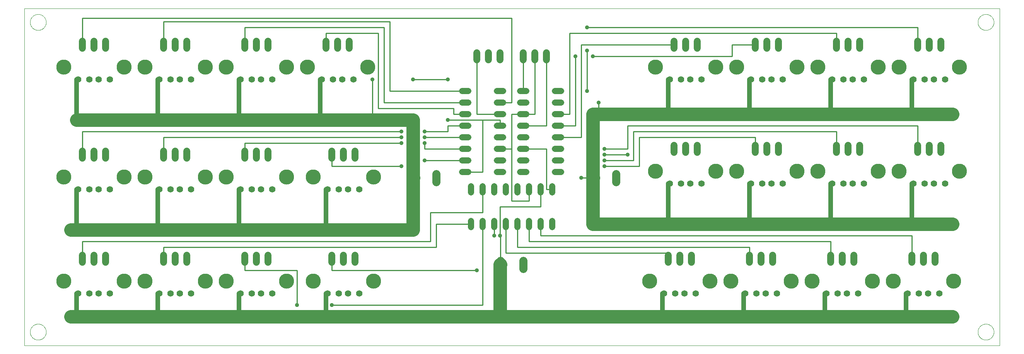
<source format=gbl>
G75*
%MOIN*%
%OFA0B0*%
%FSLAX25Y25*%
%IPPOS*%
%LPD*%
%AMOC8*
5,1,8,0,0,1.08239X$1,22.5*
%
%ADD10C,0.00000*%
%ADD11C,0.05200*%
%ADD12C,0.06000*%
%ADD13C,0.13055*%
%ADD14C,0.05543*%
%ADD15C,0.07050*%
%ADD16C,0.05937*%
%ADD17C,0.01000*%
%ADD18C,0.03562*%
%ADD19C,0.11811*%
%ADD20C,0.03937*%
D10*
X0001000Y0001000D02*
X0001000Y0292339D01*
X0841551Y0292339D01*
X0841551Y0001000D01*
X0001000Y0001000D01*
X0005921Y0012811D02*
X0005923Y0012980D01*
X0005929Y0013149D01*
X0005940Y0013318D01*
X0005954Y0013486D01*
X0005973Y0013654D01*
X0005996Y0013822D01*
X0006022Y0013989D01*
X0006053Y0014155D01*
X0006088Y0014321D01*
X0006127Y0014485D01*
X0006171Y0014649D01*
X0006218Y0014811D01*
X0006269Y0014972D01*
X0006324Y0015132D01*
X0006383Y0015291D01*
X0006445Y0015448D01*
X0006512Y0015603D01*
X0006583Y0015757D01*
X0006657Y0015909D01*
X0006735Y0016059D01*
X0006816Y0016207D01*
X0006901Y0016353D01*
X0006990Y0016497D01*
X0007082Y0016639D01*
X0007178Y0016778D01*
X0007277Y0016915D01*
X0007379Y0017050D01*
X0007485Y0017182D01*
X0007594Y0017311D01*
X0007706Y0017438D01*
X0007821Y0017562D01*
X0007939Y0017683D01*
X0008060Y0017801D01*
X0008184Y0017916D01*
X0008311Y0018028D01*
X0008440Y0018137D01*
X0008572Y0018243D01*
X0008707Y0018345D01*
X0008844Y0018444D01*
X0008983Y0018540D01*
X0009125Y0018632D01*
X0009269Y0018721D01*
X0009415Y0018806D01*
X0009563Y0018887D01*
X0009713Y0018965D01*
X0009865Y0019039D01*
X0010019Y0019110D01*
X0010174Y0019177D01*
X0010331Y0019239D01*
X0010490Y0019298D01*
X0010650Y0019353D01*
X0010811Y0019404D01*
X0010973Y0019451D01*
X0011137Y0019495D01*
X0011301Y0019534D01*
X0011467Y0019569D01*
X0011633Y0019600D01*
X0011800Y0019626D01*
X0011968Y0019649D01*
X0012136Y0019668D01*
X0012304Y0019682D01*
X0012473Y0019693D01*
X0012642Y0019699D01*
X0012811Y0019701D01*
X0012980Y0019699D01*
X0013149Y0019693D01*
X0013318Y0019682D01*
X0013486Y0019668D01*
X0013654Y0019649D01*
X0013822Y0019626D01*
X0013989Y0019600D01*
X0014155Y0019569D01*
X0014321Y0019534D01*
X0014485Y0019495D01*
X0014649Y0019451D01*
X0014811Y0019404D01*
X0014972Y0019353D01*
X0015132Y0019298D01*
X0015291Y0019239D01*
X0015448Y0019177D01*
X0015603Y0019110D01*
X0015757Y0019039D01*
X0015909Y0018965D01*
X0016059Y0018887D01*
X0016207Y0018806D01*
X0016353Y0018721D01*
X0016497Y0018632D01*
X0016639Y0018540D01*
X0016778Y0018444D01*
X0016915Y0018345D01*
X0017050Y0018243D01*
X0017182Y0018137D01*
X0017311Y0018028D01*
X0017438Y0017916D01*
X0017562Y0017801D01*
X0017683Y0017683D01*
X0017801Y0017562D01*
X0017916Y0017438D01*
X0018028Y0017311D01*
X0018137Y0017182D01*
X0018243Y0017050D01*
X0018345Y0016915D01*
X0018444Y0016778D01*
X0018540Y0016639D01*
X0018632Y0016497D01*
X0018721Y0016353D01*
X0018806Y0016207D01*
X0018887Y0016059D01*
X0018965Y0015909D01*
X0019039Y0015757D01*
X0019110Y0015603D01*
X0019177Y0015448D01*
X0019239Y0015291D01*
X0019298Y0015132D01*
X0019353Y0014972D01*
X0019404Y0014811D01*
X0019451Y0014649D01*
X0019495Y0014485D01*
X0019534Y0014321D01*
X0019569Y0014155D01*
X0019600Y0013989D01*
X0019626Y0013822D01*
X0019649Y0013654D01*
X0019668Y0013486D01*
X0019682Y0013318D01*
X0019693Y0013149D01*
X0019699Y0012980D01*
X0019701Y0012811D01*
X0019699Y0012642D01*
X0019693Y0012473D01*
X0019682Y0012304D01*
X0019668Y0012136D01*
X0019649Y0011968D01*
X0019626Y0011800D01*
X0019600Y0011633D01*
X0019569Y0011467D01*
X0019534Y0011301D01*
X0019495Y0011137D01*
X0019451Y0010973D01*
X0019404Y0010811D01*
X0019353Y0010650D01*
X0019298Y0010490D01*
X0019239Y0010331D01*
X0019177Y0010174D01*
X0019110Y0010019D01*
X0019039Y0009865D01*
X0018965Y0009713D01*
X0018887Y0009563D01*
X0018806Y0009415D01*
X0018721Y0009269D01*
X0018632Y0009125D01*
X0018540Y0008983D01*
X0018444Y0008844D01*
X0018345Y0008707D01*
X0018243Y0008572D01*
X0018137Y0008440D01*
X0018028Y0008311D01*
X0017916Y0008184D01*
X0017801Y0008060D01*
X0017683Y0007939D01*
X0017562Y0007821D01*
X0017438Y0007706D01*
X0017311Y0007594D01*
X0017182Y0007485D01*
X0017050Y0007379D01*
X0016915Y0007277D01*
X0016778Y0007178D01*
X0016639Y0007082D01*
X0016497Y0006990D01*
X0016353Y0006901D01*
X0016207Y0006816D01*
X0016059Y0006735D01*
X0015909Y0006657D01*
X0015757Y0006583D01*
X0015603Y0006512D01*
X0015448Y0006445D01*
X0015291Y0006383D01*
X0015132Y0006324D01*
X0014972Y0006269D01*
X0014811Y0006218D01*
X0014649Y0006171D01*
X0014485Y0006127D01*
X0014321Y0006088D01*
X0014155Y0006053D01*
X0013989Y0006022D01*
X0013822Y0005996D01*
X0013654Y0005973D01*
X0013486Y0005954D01*
X0013318Y0005940D01*
X0013149Y0005929D01*
X0012980Y0005923D01*
X0012811Y0005921D01*
X0012642Y0005923D01*
X0012473Y0005929D01*
X0012304Y0005940D01*
X0012136Y0005954D01*
X0011968Y0005973D01*
X0011800Y0005996D01*
X0011633Y0006022D01*
X0011467Y0006053D01*
X0011301Y0006088D01*
X0011137Y0006127D01*
X0010973Y0006171D01*
X0010811Y0006218D01*
X0010650Y0006269D01*
X0010490Y0006324D01*
X0010331Y0006383D01*
X0010174Y0006445D01*
X0010019Y0006512D01*
X0009865Y0006583D01*
X0009713Y0006657D01*
X0009563Y0006735D01*
X0009415Y0006816D01*
X0009269Y0006901D01*
X0009125Y0006990D01*
X0008983Y0007082D01*
X0008844Y0007178D01*
X0008707Y0007277D01*
X0008572Y0007379D01*
X0008440Y0007485D01*
X0008311Y0007594D01*
X0008184Y0007706D01*
X0008060Y0007821D01*
X0007939Y0007939D01*
X0007821Y0008060D01*
X0007706Y0008184D01*
X0007594Y0008311D01*
X0007485Y0008440D01*
X0007379Y0008572D01*
X0007277Y0008707D01*
X0007178Y0008844D01*
X0007082Y0008983D01*
X0006990Y0009125D01*
X0006901Y0009269D01*
X0006816Y0009415D01*
X0006735Y0009563D01*
X0006657Y0009713D01*
X0006583Y0009865D01*
X0006512Y0010019D01*
X0006445Y0010174D01*
X0006383Y0010331D01*
X0006324Y0010490D01*
X0006269Y0010650D01*
X0006218Y0010811D01*
X0006171Y0010973D01*
X0006127Y0011137D01*
X0006088Y0011301D01*
X0006053Y0011467D01*
X0006022Y0011633D01*
X0005996Y0011800D01*
X0005973Y0011968D01*
X0005954Y0012136D01*
X0005940Y0012304D01*
X0005929Y0012473D01*
X0005923Y0012642D01*
X0005921Y0012811D01*
X0005921Y0280528D02*
X0005923Y0280697D01*
X0005929Y0280866D01*
X0005940Y0281035D01*
X0005954Y0281203D01*
X0005973Y0281371D01*
X0005996Y0281539D01*
X0006022Y0281706D01*
X0006053Y0281872D01*
X0006088Y0282038D01*
X0006127Y0282202D01*
X0006171Y0282366D01*
X0006218Y0282528D01*
X0006269Y0282689D01*
X0006324Y0282849D01*
X0006383Y0283008D01*
X0006445Y0283165D01*
X0006512Y0283320D01*
X0006583Y0283474D01*
X0006657Y0283626D01*
X0006735Y0283776D01*
X0006816Y0283924D01*
X0006901Y0284070D01*
X0006990Y0284214D01*
X0007082Y0284356D01*
X0007178Y0284495D01*
X0007277Y0284632D01*
X0007379Y0284767D01*
X0007485Y0284899D01*
X0007594Y0285028D01*
X0007706Y0285155D01*
X0007821Y0285279D01*
X0007939Y0285400D01*
X0008060Y0285518D01*
X0008184Y0285633D01*
X0008311Y0285745D01*
X0008440Y0285854D01*
X0008572Y0285960D01*
X0008707Y0286062D01*
X0008844Y0286161D01*
X0008983Y0286257D01*
X0009125Y0286349D01*
X0009269Y0286438D01*
X0009415Y0286523D01*
X0009563Y0286604D01*
X0009713Y0286682D01*
X0009865Y0286756D01*
X0010019Y0286827D01*
X0010174Y0286894D01*
X0010331Y0286956D01*
X0010490Y0287015D01*
X0010650Y0287070D01*
X0010811Y0287121D01*
X0010973Y0287168D01*
X0011137Y0287212D01*
X0011301Y0287251D01*
X0011467Y0287286D01*
X0011633Y0287317D01*
X0011800Y0287343D01*
X0011968Y0287366D01*
X0012136Y0287385D01*
X0012304Y0287399D01*
X0012473Y0287410D01*
X0012642Y0287416D01*
X0012811Y0287418D01*
X0012980Y0287416D01*
X0013149Y0287410D01*
X0013318Y0287399D01*
X0013486Y0287385D01*
X0013654Y0287366D01*
X0013822Y0287343D01*
X0013989Y0287317D01*
X0014155Y0287286D01*
X0014321Y0287251D01*
X0014485Y0287212D01*
X0014649Y0287168D01*
X0014811Y0287121D01*
X0014972Y0287070D01*
X0015132Y0287015D01*
X0015291Y0286956D01*
X0015448Y0286894D01*
X0015603Y0286827D01*
X0015757Y0286756D01*
X0015909Y0286682D01*
X0016059Y0286604D01*
X0016207Y0286523D01*
X0016353Y0286438D01*
X0016497Y0286349D01*
X0016639Y0286257D01*
X0016778Y0286161D01*
X0016915Y0286062D01*
X0017050Y0285960D01*
X0017182Y0285854D01*
X0017311Y0285745D01*
X0017438Y0285633D01*
X0017562Y0285518D01*
X0017683Y0285400D01*
X0017801Y0285279D01*
X0017916Y0285155D01*
X0018028Y0285028D01*
X0018137Y0284899D01*
X0018243Y0284767D01*
X0018345Y0284632D01*
X0018444Y0284495D01*
X0018540Y0284356D01*
X0018632Y0284214D01*
X0018721Y0284070D01*
X0018806Y0283924D01*
X0018887Y0283776D01*
X0018965Y0283626D01*
X0019039Y0283474D01*
X0019110Y0283320D01*
X0019177Y0283165D01*
X0019239Y0283008D01*
X0019298Y0282849D01*
X0019353Y0282689D01*
X0019404Y0282528D01*
X0019451Y0282366D01*
X0019495Y0282202D01*
X0019534Y0282038D01*
X0019569Y0281872D01*
X0019600Y0281706D01*
X0019626Y0281539D01*
X0019649Y0281371D01*
X0019668Y0281203D01*
X0019682Y0281035D01*
X0019693Y0280866D01*
X0019699Y0280697D01*
X0019701Y0280528D01*
X0019699Y0280359D01*
X0019693Y0280190D01*
X0019682Y0280021D01*
X0019668Y0279853D01*
X0019649Y0279685D01*
X0019626Y0279517D01*
X0019600Y0279350D01*
X0019569Y0279184D01*
X0019534Y0279018D01*
X0019495Y0278854D01*
X0019451Y0278690D01*
X0019404Y0278528D01*
X0019353Y0278367D01*
X0019298Y0278207D01*
X0019239Y0278048D01*
X0019177Y0277891D01*
X0019110Y0277736D01*
X0019039Y0277582D01*
X0018965Y0277430D01*
X0018887Y0277280D01*
X0018806Y0277132D01*
X0018721Y0276986D01*
X0018632Y0276842D01*
X0018540Y0276700D01*
X0018444Y0276561D01*
X0018345Y0276424D01*
X0018243Y0276289D01*
X0018137Y0276157D01*
X0018028Y0276028D01*
X0017916Y0275901D01*
X0017801Y0275777D01*
X0017683Y0275656D01*
X0017562Y0275538D01*
X0017438Y0275423D01*
X0017311Y0275311D01*
X0017182Y0275202D01*
X0017050Y0275096D01*
X0016915Y0274994D01*
X0016778Y0274895D01*
X0016639Y0274799D01*
X0016497Y0274707D01*
X0016353Y0274618D01*
X0016207Y0274533D01*
X0016059Y0274452D01*
X0015909Y0274374D01*
X0015757Y0274300D01*
X0015603Y0274229D01*
X0015448Y0274162D01*
X0015291Y0274100D01*
X0015132Y0274041D01*
X0014972Y0273986D01*
X0014811Y0273935D01*
X0014649Y0273888D01*
X0014485Y0273844D01*
X0014321Y0273805D01*
X0014155Y0273770D01*
X0013989Y0273739D01*
X0013822Y0273713D01*
X0013654Y0273690D01*
X0013486Y0273671D01*
X0013318Y0273657D01*
X0013149Y0273646D01*
X0012980Y0273640D01*
X0012811Y0273638D01*
X0012642Y0273640D01*
X0012473Y0273646D01*
X0012304Y0273657D01*
X0012136Y0273671D01*
X0011968Y0273690D01*
X0011800Y0273713D01*
X0011633Y0273739D01*
X0011467Y0273770D01*
X0011301Y0273805D01*
X0011137Y0273844D01*
X0010973Y0273888D01*
X0010811Y0273935D01*
X0010650Y0273986D01*
X0010490Y0274041D01*
X0010331Y0274100D01*
X0010174Y0274162D01*
X0010019Y0274229D01*
X0009865Y0274300D01*
X0009713Y0274374D01*
X0009563Y0274452D01*
X0009415Y0274533D01*
X0009269Y0274618D01*
X0009125Y0274707D01*
X0008983Y0274799D01*
X0008844Y0274895D01*
X0008707Y0274994D01*
X0008572Y0275096D01*
X0008440Y0275202D01*
X0008311Y0275311D01*
X0008184Y0275423D01*
X0008060Y0275538D01*
X0007939Y0275656D01*
X0007821Y0275777D01*
X0007706Y0275901D01*
X0007594Y0276028D01*
X0007485Y0276157D01*
X0007379Y0276289D01*
X0007277Y0276424D01*
X0007178Y0276561D01*
X0007082Y0276700D01*
X0006990Y0276842D01*
X0006901Y0276986D01*
X0006816Y0277132D01*
X0006735Y0277280D01*
X0006657Y0277430D01*
X0006583Y0277582D01*
X0006512Y0277736D01*
X0006445Y0277891D01*
X0006383Y0278048D01*
X0006324Y0278207D01*
X0006269Y0278367D01*
X0006218Y0278528D01*
X0006171Y0278690D01*
X0006127Y0278854D01*
X0006088Y0279018D01*
X0006053Y0279184D01*
X0006022Y0279350D01*
X0005996Y0279517D01*
X0005973Y0279685D01*
X0005954Y0279853D01*
X0005940Y0280021D01*
X0005929Y0280190D01*
X0005923Y0280359D01*
X0005921Y0280528D01*
X0822850Y0280528D02*
X0822852Y0280697D01*
X0822858Y0280866D01*
X0822869Y0281035D01*
X0822883Y0281203D01*
X0822902Y0281371D01*
X0822925Y0281539D01*
X0822951Y0281706D01*
X0822982Y0281872D01*
X0823017Y0282038D01*
X0823056Y0282202D01*
X0823100Y0282366D01*
X0823147Y0282528D01*
X0823198Y0282689D01*
X0823253Y0282849D01*
X0823312Y0283008D01*
X0823374Y0283165D01*
X0823441Y0283320D01*
X0823512Y0283474D01*
X0823586Y0283626D01*
X0823664Y0283776D01*
X0823745Y0283924D01*
X0823830Y0284070D01*
X0823919Y0284214D01*
X0824011Y0284356D01*
X0824107Y0284495D01*
X0824206Y0284632D01*
X0824308Y0284767D01*
X0824414Y0284899D01*
X0824523Y0285028D01*
X0824635Y0285155D01*
X0824750Y0285279D01*
X0824868Y0285400D01*
X0824989Y0285518D01*
X0825113Y0285633D01*
X0825240Y0285745D01*
X0825369Y0285854D01*
X0825501Y0285960D01*
X0825636Y0286062D01*
X0825773Y0286161D01*
X0825912Y0286257D01*
X0826054Y0286349D01*
X0826198Y0286438D01*
X0826344Y0286523D01*
X0826492Y0286604D01*
X0826642Y0286682D01*
X0826794Y0286756D01*
X0826948Y0286827D01*
X0827103Y0286894D01*
X0827260Y0286956D01*
X0827419Y0287015D01*
X0827579Y0287070D01*
X0827740Y0287121D01*
X0827902Y0287168D01*
X0828066Y0287212D01*
X0828230Y0287251D01*
X0828396Y0287286D01*
X0828562Y0287317D01*
X0828729Y0287343D01*
X0828897Y0287366D01*
X0829065Y0287385D01*
X0829233Y0287399D01*
X0829402Y0287410D01*
X0829571Y0287416D01*
X0829740Y0287418D01*
X0829909Y0287416D01*
X0830078Y0287410D01*
X0830247Y0287399D01*
X0830415Y0287385D01*
X0830583Y0287366D01*
X0830751Y0287343D01*
X0830918Y0287317D01*
X0831084Y0287286D01*
X0831250Y0287251D01*
X0831414Y0287212D01*
X0831578Y0287168D01*
X0831740Y0287121D01*
X0831901Y0287070D01*
X0832061Y0287015D01*
X0832220Y0286956D01*
X0832377Y0286894D01*
X0832532Y0286827D01*
X0832686Y0286756D01*
X0832838Y0286682D01*
X0832988Y0286604D01*
X0833136Y0286523D01*
X0833282Y0286438D01*
X0833426Y0286349D01*
X0833568Y0286257D01*
X0833707Y0286161D01*
X0833844Y0286062D01*
X0833979Y0285960D01*
X0834111Y0285854D01*
X0834240Y0285745D01*
X0834367Y0285633D01*
X0834491Y0285518D01*
X0834612Y0285400D01*
X0834730Y0285279D01*
X0834845Y0285155D01*
X0834957Y0285028D01*
X0835066Y0284899D01*
X0835172Y0284767D01*
X0835274Y0284632D01*
X0835373Y0284495D01*
X0835469Y0284356D01*
X0835561Y0284214D01*
X0835650Y0284070D01*
X0835735Y0283924D01*
X0835816Y0283776D01*
X0835894Y0283626D01*
X0835968Y0283474D01*
X0836039Y0283320D01*
X0836106Y0283165D01*
X0836168Y0283008D01*
X0836227Y0282849D01*
X0836282Y0282689D01*
X0836333Y0282528D01*
X0836380Y0282366D01*
X0836424Y0282202D01*
X0836463Y0282038D01*
X0836498Y0281872D01*
X0836529Y0281706D01*
X0836555Y0281539D01*
X0836578Y0281371D01*
X0836597Y0281203D01*
X0836611Y0281035D01*
X0836622Y0280866D01*
X0836628Y0280697D01*
X0836630Y0280528D01*
X0836628Y0280359D01*
X0836622Y0280190D01*
X0836611Y0280021D01*
X0836597Y0279853D01*
X0836578Y0279685D01*
X0836555Y0279517D01*
X0836529Y0279350D01*
X0836498Y0279184D01*
X0836463Y0279018D01*
X0836424Y0278854D01*
X0836380Y0278690D01*
X0836333Y0278528D01*
X0836282Y0278367D01*
X0836227Y0278207D01*
X0836168Y0278048D01*
X0836106Y0277891D01*
X0836039Y0277736D01*
X0835968Y0277582D01*
X0835894Y0277430D01*
X0835816Y0277280D01*
X0835735Y0277132D01*
X0835650Y0276986D01*
X0835561Y0276842D01*
X0835469Y0276700D01*
X0835373Y0276561D01*
X0835274Y0276424D01*
X0835172Y0276289D01*
X0835066Y0276157D01*
X0834957Y0276028D01*
X0834845Y0275901D01*
X0834730Y0275777D01*
X0834612Y0275656D01*
X0834491Y0275538D01*
X0834367Y0275423D01*
X0834240Y0275311D01*
X0834111Y0275202D01*
X0833979Y0275096D01*
X0833844Y0274994D01*
X0833707Y0274895D01*
X0833568Y0274799D01*
X0833426Y0274707D01*
X0833282Y0274618D01*
X0833136Y0274533D01*
X0832988Y0274452D01*
X0832838Y0274374D01*
X0832686Y0274300D01*
X0832532Y0274229D01*
X0832377Y0274162D01*
X0832220Y0274100D01*
X0832061Y0274041D01*
X0831901Y0273986D01*
X0831740Y0273935D01*
X0831578Y0273888D01*
X0831414Y0273844D01*
X0831250Y0273805D01*
X0831084Y0273770D01*
X0830918Y0273739D01*
X0830751Y0273713D01*
X0830583Y0273690D01*
X0830415Y0273671D01*
X0830247Y0273657D01*
X0830078Y0273646D01*
X0829909Y0273640D01*
X0829740Y0273638D01*
X0829571Y0273640D01*
X0829402Y0273646D01*
X0829233Y0273657D01*
X0829065Y0273671D01*
X0828897Y0273690D01*
X0828729Y0273713D01*
X0828562Y0273739D01*
X0828396Y0273770D01*
X0828230Y0273805D01*
X0828066Y0273844D01*
X0827902Y0273888D01*
X0827740Y0273935D01*
X0827579Y0273986D01*
X0827419Y0274041D01*
X0827260Y0274100D01*
X0827103Y0274162D01*
X0826948Y0274229D01*
X0826794Y0274300D01*
X0826642Y0274374D01*
X0826492Y0274452D01*
X0826344Y0274533D01*
X0826198Y0274618D01*
X0826054Y0274707D01*
X0825912Y0274799D01*
X0825773Y0274895D01*
X0825636Y0274994D01*
X0825501Y0275096D01*
X0825369Y0275202D01*
X0825240Y0275311D01*
X0825113Y0275423D01*
X0824989Y0275538D01*
X0824868Y0275656D01*
X0824750Y0275777D01*
X0824635Y0275901D01*
X0824523Y0276028D01*
X0824414Y0276157D01*
X0824308Y0276289D01*
X0824206Y0276424D01*
X0824107Y0276561D01*
X0824011Y0276700D01*
X0823919Y0276842D01*
X0823830Y0276986D01*
X0823745Y0277132D01*
X0823664Y0277280D01*
X0823586Y0277430D01*
X0823512Y0277582D01*
X0823441Y0277736D01*
X0823374Y0277891D01*
X0823312Y0278048D01*
X0823253Y0278207D01*
X0823198Y0278367D01*
X0823147Y0278528D01*
X0823100Y0278690D01*
X0823056Y0278854D01*
X0823017Y0279018D01*
X0822982Y0279184D01*
X0822951Y0279350D01*
X0822925Y0279517D01*
X0822902Y0279685D01*
X0822883Y0279853D01*
X0822869Y0280021D01*
X0822858Y0280190D01*
X0822852Y0280359D01*
X0822850Y0280528D01*
X0822850Y0012811D02*
X0822852Y0012980D01*
X0822858Y0013149D01*
X0822869Y0013318D01*
X0822883Y0013486D01*
X0822902Y0013654D01*
X0822925Y0013822D01*
X0822951Y0013989D01*
X0822982Y0014155D01*
X0823017Y0014321D01*
X0823056Y0014485D01*
X0823100Y0014649D01*
X0823147Y0014811D01*
X0823198Y0014972D01*
X0823253Y0015132D01*
X0823312Y0015291D01*
X0823374Y0015448D01*
X0823441Y0015603D01*
X0823512Y0015757D01*
X0823586Y0015909D01*
X0823664Y0016059D01*
X0823745Y0016207D01*
X0823830Y0016353D01*
X0823919Y0016497D01*
X0824011Y0016639D01*
X0824107Y0016778D01*
X0824206Y0016915D01*
X0824308Y0017050D01*
X0824414Y0017182D01*
X0824523Y0017311D01*
X0824635Y0017438D01*
X0824750Y0017562D01*
X0824868Y0017683D01*
X0824989Y0017801D01*
X0825113Y0017916D01*
X0825240Y0018028D01*
X0825369Y0018137D01*
X0825501Y0018243D01*
X0825636Y0018345D01*
X0825773Y0018444D01*
X0825912Y0018540D01*
X0826054Y0018632D01*
X0826198Y0018721D01*
X0826344Y0018806D01*
X0826492Y0018887D01*
X0826642Y0018965D01*
X0826794Y0019039D01*
X0826948Y0019110D01*
X0827103Y0019177D01*
X0827260Y0019239D01*
X0827419Y0019298D01*
X0827579Y0019353D01*
X0827740Y0019404D01*
X0827902Y0019451D01*
X0828066Y0019495D01*
X0828230Y0019534D01*
X0828396Y0019569D01*
X0828562Y0019600D01*
X0828729Y0019626D01*
X0828897Y0019649D01*
X0829065Y0019668D01*
X0829233Y0019682D01*
X0829402Y0019693D01*
X0829571Y0019699D01*
X0829740Y0019701D01*
X0829909Y0019699D01*
X0830078Y0019693D01*
X0830247Y0019682D01*
X0830415Y0019668D01*
X0830583Y0019649D01*
X0830751Y0019626D01*
X0830918Y0019600D01*
X0831084Y0019569D01*
X0831250Y0019534D01*
X0831414Y0019495D01*
X0831578Y0019451D01*
X0831740Y0019404D01*
X0831901Y0019353D01*
X0832061Y0019298D01*
X0832220Y0019239D01*
X0832377Y0019177D01*
X0832532Y0019110D01*
X0832686Y0019039D01*
X0832838Y0018965D01*
X0832988Y0018887D01*
X0833136Y0018806D01*
X0833282Y0018721D01*
X0833426Y0018632D01*
X0833568Y0018540D01*
X0833707Y0018444D01*
X0833844Y0018345D01*
X0833979Y0018243D01*
X0834111Y0018137D01*
X0834240Y0018028D01*
X0834367Y0017916D01*
X0834491Y0017801D01*
X0834612Y0017683D01*
X0834730Y0017562D01*
X0834845Y0017438D01*
X0834957Y0017311D01*
X0835066Y0017182D01*
X0835172Y0017050D01*
X0835274Y0016915D01*
X0835373Y0016778D01*
X0835469Y0016639D01*
X0835561Y0016497D01*
X0835650Y0016353D01*
X0835735Y0016207D01*
X0835816Y0016059D01*
X0835894Y0015909D01*
X0835968Y0015757D01*
X0836039Y0015603D01*
X0836106Y0015448D01*
X0836168Y0015291D01*
X0836227Y0015132D01*
X0836282Y0014972D01*
X0836333Y0014811D01*
X0836380Y0014649D01*
X0836424Y0014485D01*
X0836463Y0014321D01*
X0836498Y0014155D01*
X0836529Y0013989D01*
X0836555Y0013822D01*
X0836578Y0013654D01*
X0836597Y0013486D01*
X0836611Y0013318D01*
X0836622Y0013149D01*
X0836628Y0012980D01*
X0836630Y0012811D01*
X0836628Y0012642D01*
X0836622Y0012473D01*
X0836611Y0012304D01*
X0836597Y0012136D01*
X0836578Y0011968D01*
X0836555Y0011800D01*
X0836529Y0011633D01*
X0836498Y0011467D01*
X0836463Y0011301D01*
X0836424Y0011137D01*
X0836380Y0010973D01*
X0836333Y0010811D01*
X0836282Y0010650D01*
X0836227Y0010490D01*
X0836168Y0010331D01*
X0836106Y0010174D01*
X0836039Y0010019D01*
X0835968Y0009865D01*
X0835894Y0009713D01*
X0835816Y0009563D01*
X0835735Y0009415D01*
X0835650Y0009269D01*
X0835561Y0009125D01*
X0835469Y0008983D01*
X0835373Y0008844D01*
X0835274Y0008707D01*
X0835172Y0008572D01*
X0835066Y0008440D01*
X0834957Y0008311D01*
X0834845Y0008184D01*
X0834730Y0008060D01*
X0834612Y0007939D01*
X0834491Y0007821D01*
X0834367Y0007706D01*
X0834240Y0007594D01*
X0834111Y0007485D01*
X0833979Y0007379D01*
X0833844Y0007277D01*
X0833707Y0007178D01*
X0833568Y0007082D01*
X0833426Y0006990D01*
X0833282Y0006901D01*
X0833136Y0006816D01*
X0832988Y0006735D01*
X0832838Y0006657D01*
X0832686Y0006583D01*
X0832532Y0006512D01*
X0832377Y0006445D01*
X0832220Y0006383D01*
X0832061Y0006324D01*
X0831901Y0006269D01*
X0831740Y0006218D01*
X0831578Y0006171D01*
X0831414Y0006127D01*
X0831250Y0006088D01*
X0831084Y0006053D01*
X0830918Y0006022D01*
X0830751Y0005996D01*
X0830583Y0005973D01*
X0830415Y0005954D01*
X0830247Y0005940D01*
X0830078Y0005929D01*
X0829909Y0005923D01*
X0829740Y0005921D01*
X0829571Y0005923D01*
X0829402Y0005929D01*
X0829233Y0005940D01*
X0829065Y0005954D01*
X0828897Y0005973D01*
X0828729Y0005996D01*
X0828562Y0006022D01*
X0828396Y0006053D01*
X0828230Y0006088D01*
X0828066Y0006127D01*
X0827902Y0006171D01*
X0827740Y0006218D01*
X0827579Y0006269D01*
X0827419Y0006324D01*
X0827260Y0006383D01*
X0827103Y0006445D01*
X0826948Y0006512D01*
X0826794Y0006583D01*
X0826642Y0006657D01*
X0826492Y0006735D01*
X0826344Y0006816D01*
X0826198Y0006901D01*
X0826054Y0006990D01*
X0825912Y0007082D01*
X0825773Y0007178D01*
X0825636Y0007277D01*
X0825501Y0007379D01*
X0825369Y0007485D01*
X0825240Y0007594D01*
X0825113Y0007706D01*
X0824989Y0007821D01*
X0824868Y0007939D01*
X0824750Y0008060D01*
X0824635Y0008184D01*
X0824523Y0008311D01*
X0824414Y0008440D01*
X0824308Y0008572D01*
X0824206Y0008707D01*
X0824107Y0008844D01*
X0824011Y0008983D01*
X0823919Y0009125D01*
X0823830Y0009269D01*
X0823745Y0009415D01*
X0823664Y0009563D01*
X0823586Y0009713D01*
X0823512Y0009865D01*
X0823441Y0010019D01*
X0823374Y0010174D01*
X0823312Y0010331D01*
X0823253Y0010490D01*
X0823198Y0010650D01*
X0823147Y0010811D01*
X0823100Y0010973D01*
X0823056Y0011137D01*
X0823017Y0011301D01*
X0822982Y0011467D01*
X0822951Y0011633D01*
X0822925Y0011800D01*
X0822902Y0011968D01*
X0822883Y0012136D01*
X0822869Y0012304D01*
X0822858Y0012473D01*
X0822852Y0012642D01*
X0822850Y0012811D01*
D11*
X0456000Y0103400D02*
X0456000Y0108600D01*
X0446000Y0108600D02*
X0446000Y0103400D01*
X0436000Y0103400D02*
X0436000Y0108600D01*
X0426000Y0108600D02*
X0426000Y0103400D01*
X0416000Y0103400D02*
X0416000Y0108600D01*
X0406000Y0108600D02*
X0406000Y0103400D01*
X0396000Y0103400D02*
X0396000Y0108600D01*
X0386000Y0108600D02*
X0386000Y0103400D01*
X0386000Y0133400D02*
X0386000Y0138600D01*
X0396000Y0138600D02*
X0396000Y0133400D01*
X0406000Y0133400D02*
X0406000Y0138600D01*
X0416000Y0138600D02*
X0416000Y0133400D01*
X0426000Y0133400D02*
X0426000Y0138600D01*
X0436000Y0138600D02*
X0436000Y0133400D01*
X0446000Y0133400D02*
X0446000Y0138600D01*
X0456000Y0138600D02*
X0456000Y0133400D01*
X0458400Y0151000D02*
X0463600Y0151000D01*
X0463600Y0161000D02*
X0458400Y0161000D01*
X0433600Y0161000D02*
X0428400Y0161000D01*
X0413600Y0161000D02*
X0408400Y0161000D01*
X0408400Y0151000D02*
X0413600Y0151000D01*
X0428400Y0151000D02*
X0433600Y0151000D01*
X0383600Y0151000D02*
X0378400Y0151000D01*
X0378400Y0161000D02*
X0383600Y0161000D01*
X0383600Y0171000D02*
X0378400Y0171000D01*
X0378400Y0181000D02*
X0383600Y0181000D01*
X0408400Y0181000D02*
X0413600Y0181000D01*
X0428400Y0181000D02*
X0433600Y0181000D01*
X0433600Y0171000D02*
X0428400Y0171000D01*
X0413600Y0171000D02*
X0408400Y0171000D01*
X0458400Y0171000D02*
X0463600Y0171000D01*
X0463600Y0181000D02*
X0458400Y0181000D01*
X0458400Y0191000D02*
X0463600Y0191000D01*
X0463600Y0201000D02*
X0458400Y0201000D01*
X0458400Y0211000D02*
X0463600Y0211000D01*
X0463600Y0221000D02*
X0458400Y0221000D01*
X0433600Y0221000D02*
X0428400Y0221000D01*
X0413600Y0221000D02*
X0408400Y0221000D01*
X0383600Y0221000D02*
X0378400Y0221000D01*
X0378400Y0211000D02*
X0383600Y0211000D01*
X0383600Y0201000D02*
X0378400Y0201000D01*
X0378400Y0191000D02*
X0383600Y0191000D01*
X0408400Y0191000D02*
X0413600Y0191000D01*
X0428400Y0191000D02*
X0433600Y0191000D01*
X0433600Y0201000D02*
X0428400Y0201000D01*
X0413600Y0201000D02*
X0408400Y0201000D01*
X0408400Y0211000D02*
X0413600Y0211000D01*
X0428400Y0211000D02*
X0433600Y0211000D01*
D12*
X0561000Y0174000D02*
X0561000Y0168000D01*
X0571000Y0168000D02*
X0571000Y0174000D01*
X0581000Y0174000D02*
X0581000Y0168000D01*
X0631000Y0168000D02*
X0631000Y0174000D01*
X0641000Y0174000D02*
X0641000Y0168000D01*
X0651000Y0168000D02*
X0651000Y0174000D01*
X0701000Y0174000D02*
X0701000Y0168000D01*
X0711000Y0168000D02*
X0711000Y0174000D01*
X0721000Y0174000D02*
X0721000Y0168000D01*
X0771000Y0168000D02*
X0771000Y0174000D01*
X0781000Y0174000D02*
X0781000Y0168000D01*
X0791000Y0168000D02*
X0791000Y0174000D01*
X0791000Y0258000D02*
X0791000Y0264000D01*
X0781000Y0264000D02*
X0781000Y0258000D01*
X0771000Y0258000D02*
X0771000Y0264000D01*
X0721000Y0264000D02*
X0721000Y0258000D01*
X0711000Y0258000D02*
X0711000Y0264000D01*
X0701000Y0264000D02*
X0701000Y0258000D01*
X0651000Y0258000D02*
X0651000Y0264000D01*
X0641000Y0264000D02*
X0641000Y0258000D01*
X0631000Y0258000D02*
X0631000Y0264000D01*
X0581000Y0264000D02*
X0581000Y0258000D01*
X0571000Y0258000D02*
X0571000Y0264000D01*
X0561000Y0264000D02*
X0561000Y0258000D01*
X0281000Y0258000D02*
X0281000Y0264000D01*
X0271000Y0264000D02*
X0271000Y0258000D01*
X0261000Y0258000D02*
X0261000Y0264000D01*
X0211000Y0264000D02*
X0211000Y0258000D01*
X0201000Y0258000D02*
X0201000Y0264000D01*
X0191000Y0264000D02*
X0191000Y0258000D01*
X0141000Y0258000D02*
X0141000Y0264000D01*
X0131000Y0264000D02*
X0131000Y0258000D01*
X0121000Y0258000D02*
X0121000Y0264000D01*
X0071000Y0264000D02*
X0071000Y0258000D01*
X0061000Y0258000D02*
X0061000Y0264000D01*
X0051000Y0264000D02*
X0051000Y0258000D01*
X0051000Y0169000D02*
X0051000Y0163000D01*
X0061000Y0163000D02*
X0061000Y0169000D01*
X0071000Y0169000D02*
X0071000Y0163000D01*
X0121000Y0163000D02*
X0121000Y0169000D01*
X0131000Y0169000D02*
X0131000Y0163000D01*
X0141000Y0163000D02*
X0141000Y0169000D01*
X0191000Y0169000D02*
X0191000Y0163000D01*
X0201000Y0163000D02*
X0201000Y0169000D01*
X0211000Y0169000D02*
X0211000Y0163000D01*
X0266000Y0163000D02*
X0266000Y0169000D01*
X0276000Y0169000D02*
X0276000Y0163000D01*
X0286000Y0163000D02*
X0286000Y0169000D01*
X0286000Y0079000D02*
X0286000Y0073000D01*
X0276000Y0073000D02*
X0276000Y0079000D01*
X0266000Y0079000D02*
X0266000Y0073000D01*
X0211000Y0073000D02*
X0211000Y0079000D01*
X0201000Y0079000D02*
X0201000Y0073000D01*
X0191000Y0073000D02*
X0191000Y0079000D01*
X0141000Y0079000D02*
X0141000Y0073000D01*
X0131000Y0073000D02*
X0131000Y0079000D01*
X0121000Y0079000D02*
X0121000Y0073000D01*
X0071000Y0073000D02*
X0071000Y0079000D01*
X0061000Y0079000D02*
X0061000Y0073000D01*
X0051000Y0073000D02*
X0051000Y0079000D01*
X0556000Y0079000D02*
X0556000Y0073000D01*
X0566000Y0073000D02*
X0566000Y0079000D01*
X0576000Y0079000D02*
X0576000Y0073000D01*
X0626000Y0073000D02*
X0626000Y0079000D01*
X0636000Y0079000D02*
X0636000Y0073000D01*
X0646000Y0073000D02*
X0646000Y0079000D01*
X0696000Y0079000D02*
X0696000Y0073000D01*
X0706000Y0073000D02*
X0706000Y0079000D01*
X0716000Y0079000D02*
X0716000Y0073000D01*
X0766000Y0073000D02*
X0766000Y0079000D01*
X0776000Y0079000D02*
X0776000Y0073000D01*
X0786000Y0073000D02*
X0786000Y0079000D01*
D13*
X0801866Y0056669D03*
X0750134Y0056669D03*
X0731866Y0056669D03*
X0680134Y0056669D03*
X0661866Y0056669D03*
X0610134Y0056669D03*
X0591866Y0056669D03*
X0540134Y0056669D03*
X0301866Y0056669D03*
X0250134Y0056669D03*
X0226866Y0056669D03*
X0175134Y0056669D03*
X0156866Y0056669D03*
X0105134Y0056669D03*
X0086866Y0056669D03*
X0035134Y0056669D03*
X0035134Y0146669D03*
X0086866Y0146669D03*
X0105134Y0146669D03*
X0156866Y0146669D03*
X0175134Y0146669D03*
X0226866Y0146669D03*
X0250134Y0146669D03*
X0301866Y0146669D03*
X0545134Y0151669D03*
X0596866Y0151669D03*
X0615134Y0151669D03*
X0666866Y0151669D03*
X0685134Y0151669D03*
X0736866Y0151669D03*
X0755134Y0151669D03*
X0806866Y0151669D03*
X0806866Y0241669D03*
X0755134Y0241669D03*
X0736866Y0241669D03*
X0685134Y0241669D03*
X0666866Y0241669D03*
X0615134Y0241669D03*
X0596866Y0241669D03*
X0545134Y0241669D03*
X0296866Y0241669D03*
X0245134Y0241669D03*
X0226866Y0241669D03*
X0175134Y0241669D03*
X0156866Y0241669D03*
X0105134Y0241669D03*
X0086866Y0241669D03*
X0035134Y0241669D03*
D14*
X0047220Y0231000D03*
X0057063Y0231000D03*
X0064937Y0231000D03*
X0074780Y0231000D03*
X0117220Y0231000D03*
X0127063Y0231000D03*
X0134937Y0231000D03*
X0144780Y0231000D03*
X0187220Y0231000D03*
X0197063Y0231000D03*
X0204937Y0231000D03*
X0214780Y0231000D03*
X0257220Y0231000D03*
X0267063Y0231000D03*
X0274937Y0231000D03*
X0284780Y0231000D03*
X0279937Y0136000D03*
X0272063Y0136000D03*
X0262220Y0136000D03*
X0289780Y0136000D03*
X0214780Y0136000D03*
X0204937Y0136000D03*
X0197063Y0136000D03*
X0187220Y0136000D03*
X0144780Y0136000D03*
X0134937Y0136000D03*
X0127063Y0136000D03*
X0117220Y0136000D03*
X0074780Y0136000D03*
X0064937Y0136000D03*
X0057063Y0136000D03*
X0047220Y0136000D03*
X0047220Y0046000D03*
X0057063Y0046000D03*
X0064937Y0046000D03*
X0074780Y0046000D03*
X0117220Y0046000D03*
X0127063Y0046000D03*
X0134937Y0046000D03*
X0144780Y0046000D03*
X0187220Y0046000D03*
X0197063Y0046000D03*
X0204937Y0046000D03*
X0214780Y0046000D03*
X0262220Y0046000D03*
X0272063Y0046000D03*
X0279937Y0046000D03*
X0289780Y0046000D03*
X0552220Y0046000D03*
X0562063Y0046000D03*
X0569937Y0046000D03*
X0579780Y0046000D03*
X0622220Y0046000D03*
X0632063Y0046000D03*
X0639937Y0046000D03*
X0649780Y0046000D03*
X0692220Y0046000D03*
X0702063Y0046000D03*
X0709937Y0046000D03*
X0719780Y0046000D03*
X0762220Y0046000D03*
X0772063Y0046000D03*
X0779937Y0046000D03*
X0789780Y0046000D03*
X0784937Y0141000D03*
X0777063Y0141000D03*
X0767220Y0141000D03*
X0794780Y0141000D03*
X0724780Y0141000D03*
X0714937Y0141000D03*
X0707063Y0141000D03*
X0697220Y0141000D03*
X0654780Y0141000D03*
X0644937Y0141000D03*
X0637063Y0141000D03*
X0627220Y0141000D03*
X0584780Y0141000D03*
X0574937Y0141000D03*
X0567063Y0141000D03*
X0557220Y0141000D03*
X0557220Y0231000D03*
X0567063Y0231000D03*
X0574937Y0231000D03*
X0584780Y0231000D03*
X0627220Y0231000D03*
X0637063Y0231000D03*
X0644937Y0231000D03*
X0654780Y0231000D03*
X0697220Y0231000D03*
X0707063Y0231000D03*
X0714937Y0231000D03*
X0724780Y0231000D03*
X0767220Y0231000D03*
X0777063Y0231000D03*
X0784937Y0231000D03*
X0794780Y0231000D03*
D15*
X0510843Y0149525D02*
X0510843Y0142475D01*
X0491157Y0142475D02*
X0491157Y0149525D01*
X0355843Y0149525D02*
X0355843Y0142475D01*
X0336157Y0142475D02*
X0336157Y0149525D01*
X0411157Y0074525D02*
X0411157Y0067475D01*
X0430843Y0067475D02*
X0430843Y0074525D01*
D16*
X0431000Y0248031D02*
X0431000Y0253969D01*
X0441000Y0253969D02*
X0441000Y0248031D01*
X0451000Y0248031D02*
X0451000Y0253969D01*
X0411000Y0253969D02*
X0411000Y0248031D01*
X0401000Y0248031D02*
X0401000Y0253969D01*
X0391000Y0253969D02*
X0391000Y0248031D01*
D17*
X0391000Y0251000D02*
X0391000Y0201000D01*
X0411000Y0201000D01*
X0421000Y0201000D02*
X0431000Y0201000D01*
X0441000Y0201000D01*
X0441000Y0251000D01*
X0431000Y0251000D02*
X0431000Y0221000D01*
X0421000Y0211000D02*
X0411000Y0211000D01*
X0421000Y0211000D02*
X0421000Y0284000D01*
X0051000Y0284000D01*
X0051000Y0261000D01*
X0121000Y0261000D02*
X0121000Y0281000D01*
X0316000Y0281000D01*
X0316000Y0221000D01*
X0381000Y0221000D01*
X0366000Y0231000D02*
X0336000Y0231000D01*
X0301000Y0231000D02*
X0301000Y0196000D01*
X0326000Y0186000D02*
X0051000Y0186000D01*
X0051000Y0166000D01*
X0121000Y0166000D02*
X0121000Y0181000D01*
X0326000Y0181000D01*
X0326000Y0176000D02*
X0191000Y0176000D01*
X0191000Y0166000D01*
X0266000Y0166000D02*
X0266000Y0156000D01*
X0326000Y0156000D01*
X0346000Y0161000D02*
X0381000Y0161000D01*
X0381000Y0151000D02*
X0396000Y0151000D01*
X0396000Y0196000D01*
X0366000Y0196000D01*
X0366000Y0191000D02*
X0366000Y0186000D01*
X0346000Y0186000D01*
X0346000Y0181000D02*
X0381000Y0181000D01*
X0381000Y0171000D02*
X0346000Y0171000D01*
X0346000Y0176000D01*
X0366000Y0191000D02*
X0381000Y0191000D01*
X0396000Y0196000D02*
X0411000Y0196000D01*
X0411000Y0191000D01*
X0421000Y0201000D02*
X0421000Y0171000D01*
X0421000Y0126000D01*
X0436000Y0126000D01*
X0436000Y0136000D01*
X0446000Y0136000D02*
X0446000Y0121000D01*
X0411000Y0121000D01*
X0411000Y0096000D01*
X0411157Y0096000D01*
X0411157Y0071000D01*
X0391000Y0066000D02*
X0266000Y0066000D01*
X0266000Y0076000D01*
X0236000Y0066000D02*
X0191000Y0066000D01*
X0191000Y0076000D01*
X0236000Y0066000D02*
X0236000Y0036000D01*
X0266000Y0036000D02*
X0396000Y0036000D01*
X0396000Y0106000D01*
X0406000Y0106000D02*
X0406000Y0096000D01*
X0426000Y0086000D02*
X0626000Y0086000D01*
X0626000Y0076000D01*
X0696000Y0076000D02*
X0696000Y0091000D01*
X0436000Y0091000D01*
X0436000Y0106000D01*
X0426000Y0106000D02*
X0426000Y0086000D01*
X0416000Y0081000D02*
X0556000Y0081000D01*
X0556000Y0076000D01*
X0446000Y0096000D02*
X0766000Y0096000D01*
X0766000Y0076000D01*
X0531000Y0156000D02*
X0531000Y0181000D01*
X0631000Y0181000D01*
X0631000Y0171000D01*
X0701000Y0171000D02*
X0701000Y0186000D01*
X0526000Y0186000D01*
X0526000Y0161000D01*
X0501000Y0161000D01*
X0501000Y0156000D02*
X0531000Y0156000D01*
X0521000Y0166000D02*
X0501000Y0166000D01*
X0501000Y0171000D02*
X0521000Y0171000D01*
X0521000Y0191000D01*
X0771000Y0191000D01*
X0771000Y0171000D01*
X0611000Y0251000D02*
X0611000Y0261000D01*
X0631000Y0261000D01*
X0611000Y0251000D02*
X0491000Y0251000D01*
X0486000Y0256000D02*
X0486000Y0221000D01*
X0496000Y0211000D02*
X0496000Y0201000D01*
X0476000Y0191000D02*
X0476000Y0251000D01*
X0481000Y0261000D02*
X0481000Y0181000D01*
X0461000Y0181000D01*
X0451000Y0171000D02*
X0431000Y0171000D01*
X0421000Y0171000D02*
X0411000Y0171000D01*
X0451000Y0171000D02*
X0451000Y0136000D01*
X0456000Y0136000D01*
X0481000Y0146000D02*
X0491157Y0146000D01*
X0396000Y0136000D02*
X0396000Y0116000D01*
X0351000Y0116000D01*
X0351000Y0091000D01*
X0051000Y0091000D01*
X0051000Y0076000D01*
X0121000Y0076000D02*
X0121000Y0086000D01*
X0356000Y0086000D01*
X0356000Y0106000D01*
X0386000Y0106000D01*
X0416000Y0106000D02*
X0416000Y0081000D01*
X0446000Y0096000D02*
X0446000Y0106000D01*
X0451000Y0191000D02*
X0431000Y0191000D01*
X0451000Y0191000D02*
X0451000Y0251000D01*
X0481000Y0261000D02*
X0561000Y0261000D01*
X0486000Y0276000D02*
X0771000Y0276000D01*
X0771000Y0261000D01*
X0701000Y0261000D02*
X0701000Y0271000D01*
X0471000Y0271000D01*
X0471000Y0201000D01*
X0461000Y0201000D01*
X0461000Y0191000D02*
X0476000Y0191000D01*
X0381000Y0201000D02*
X0371000Y0201000D01*
X0371000Y0206000D01*
X0306000Y0206000D01*
X0306000Y0271000D01*
X0261000Y0271000D01*
X0261000Y0261000D01*
X0311000Y0276000D02*
X0311000Y0211000D01*
X0381000Y0211000D01*
X0311000Y0276000D02*
X0191000Y0276000D01*
X0191000Y0261000D01*
D18*
X0301000Y0231000D03*
X0336000Y0231000D03*
X0366000Y0231000D03*
X0366000Y0196000D03*
X0346000Y0186000D03*
X0346000Y0181000D03*
X0346000Y0176000D03*
X0326000Y0176000D03*
X0326000Y0181000D03*
X0326000Y0186000D03*
X0346000Y0161000D03*
X0326000Y0156000D03*
X0481000Y0146000D03*
X0501000Y0156000D03*
X0501000Y0161000D03*
X0501000Y0166000D03*
X0501000Y0171000D03*
X0521000Y0166000D03*
X0496000Y0211000D03*
X0486000Y0221000D03*
X0491000Y0251000D03*
X0486000Y0256000D03*
X0476000Y0251000D03*
X0486000Y0276000D03*
X0411000Y0096000D03*
X0406000Y0096000D03*
X0391000Y0066000D03*
X0266000Y0036000D03*
X0236000Y0036000D03*
D19*
X0261000Y0026000D02*
X0186000Y0026000D01*
X0116000Y0026000D01*
X0046000Y0026000D01*
X0041000Y0026000D01*
X0041000Y0101000D02*
X0046000Y0101000D01*
X0116000Y0101000D01*
X0186000Y0101000D01*
X0261000Y0101000D01*
X0336000Y0101000D01*
X0336000Y0146000D01*
X0336000Y0196000D01*
X0301000Y0196000D01*
X0256000Y0196000D01*
X0186000Y0196000D01*
X0116000Y0196000D01*
X0046000Y0196000D01*
X0336000Y0146000D02*
X0336157Y0146000D01*
X0491000Y0146000D02*
X0491000Y0201000D01*
X0496000Y0201000D01*
X0556000Y0201000D01*
X0626000Y0201000D01*
X0696000Y0201000D01*
X0766000Y0201000D01*
X0801000Y0201000D01*
X0801000Y0106000D02*
X0766000Y0106000D01*
X0696000Y0106000D01*
X0626000Y0106000D01*
X0556000Y0106000D01*
X0491000Y0106000D01*
X0491000Y0146000D01*
X0491157Y0146000D01*
X0411157Y0071000D02*
X0411000Y0071000D01*
X0411000Y0026000D01*
X0551000Y0026000D01*
X0621000Y0026000D01*
X0691000Y0026000D01*
X0761000Y0026000D01*
X0801000Y0026000D01*
X0411000Y0026000D02*
X0261000Y0026000D01*
D20*
X0261000Y0046000D01*
X0262220Y0046000D01*
X0187220Y0046000D02*
X0186000Y0046000D01*
X0186000Y0026000D01*
X0116000Y0026000D02*
X0116000Y0046000D01*
X0117220Y0046000D01*
X0047220Y0046000D02*
X0046000Y0046000D01*
X0046000Y0026000D01*
X0046000Y0101000D02*
X0046000Y0136000D01*
X0047220Y0136000D01*
X0116000Y0136000D02*
X0116000Y0101000D01*
X0186000Y0101000D02*
X0186000Y0136000D01*
X0187220Y0136000D01*
X0261000Y0136000D02*
X0261000Y0101000D01*
X0261000Y0136000D02*
X0262220Y0136000D01*
X0117220Y0136000D02*
X0116000Y0136000D01*
X0116000Y0196000D02*
X0116000Y0231000D01*
X0117220Y0231000D01*
X0047220Y0231000D02*
X0046000Y0231000D01*
X0046000Y0196000D01*
X0186000Y0196000D02*
X0186000Y0231000D01*
X0187220Y0231000D01*
X0256000Y0231000D02*
X0256000Y0196000D01*
X0256000Y0231000D02*
X0257220Y0231000D01*
X0556000Y0231000D02*
X0556000Y0201000D01*
X0626000Y0201000D02*
X0626000Y0231000D01*
X0627220Y0231000D01*
X0696000Y0231000D02*
X0696000Y0201000D01*
X0766000Y0201000D02*
X0766000Y0231000D01*
X0767220Y0231000D01*
X0697220Y0231000D02*
X0696000Y0231000D01*
X0557220Y0231000D02*
X0556000Y0231000D01*
X0556000Y0141000D02*
X0556000Y0106000D01*
X0626000Y0106000D02*
X0626000Y0141000D01*
X0627220Y0141000D01*
X0696000Y0141000D02*
X0696000Y0106000D01*
X0766000Y0106000D02*
X0766000Y0141000D01*
X0767220Y0141000D01*
X0697220Y0141000D02*
X0696000Y0141000D01*
X0557220Y0141000D02*
X0556000Y0141000D01*
X0552220Y0046000D02*
X0551000Y0046000D01*
X0551000Y0026000D01*
X0621000Y0026000D02*
X0621000Y0046000D01*
X0622220Y0046000D01*
X0691000Y0046000D02*
X0691000Y0026000D01*
X0691000Y0046000D02*
X0692220Y0046000D01*
X0761000Y0046000D02*
X0761000Y0026000D01*
X0761000Y0046000D02*
X0762220Y0046000D01*
M02*

</source>
